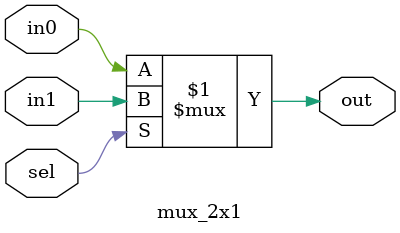
<source format=v>
`timescale 1ns / 1ps


module mux_2x1(
input in0,in1,
input sel,
output out
    );
    assign out=sel?in1:in0;
endmodule

</source>
